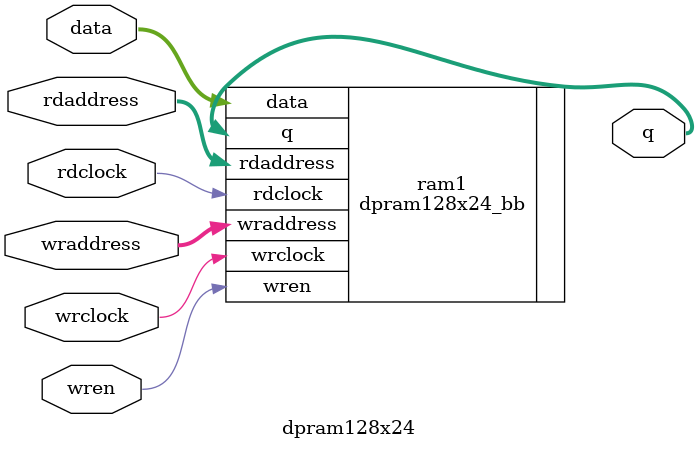
<source format=v>
module dpram128x24 (
	data,
	wren,
	wraddress,
	rdaddress,
	wrclock,
	rdclock,
	q);

	input [23:0] data;
	input  wren;
	input [6:0] wraddress;
	input [6:0] rdaddress;
	input  wrclock;
	input  rdclock;
	output [23:0] q;


	dpram128x24_bb ram1 (
		.data(data),
		.wren(wren),
		.wraddress(wraddress),
		.rdaddress(rdaddress),
		.wrclock(wrclock),
		.rdclock(rdclock),
		.q(q));



endmodule

</source>
